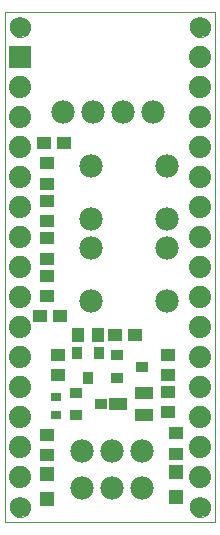
<source format=gts>
G04 EAGLE Gerber RS-274X export*
G75*
%MOMM*%
%FSLAX34Y34*%
%LPD*%
%INSolder Mask top*%
%IPPOS*%
%AMOC8*
5,1,8,0,0,1.08239X$1,22.5*%
G01*
%ADD10C,0.000000*%
%ADD11R,1.201600X1.101600*%
%ADD12R,0.901600X0.701600*%
%ADD13R,1.001600X0.901600*%
%ADD14R,1.501600X1.101600*%
%ADD15R,0.901600X1.001600*%
%ADD16R,1.101600X1.201600*%
%ADD17C,1.981200*%
%ADD18R,1.879600X1.879600*%
%ADD19C,1.879600*%
%ADD20C,1.752600*%
%ADD21R,1.301600X1.301600*%


D10*
X0Y0D02*
X177600Y0D01*
X177600Y431675D01*
X0Y431675D01*
X0Y0D01*
D11*
X93100Y158750D03*
X110100Y158750D03*
D12*
X42863Y90425D03*
X42863Y106425D03*
D13*
X59850Y109513D03*
X59850Y90513D03*
X80850Y100013D03*
D14*
X95363Y100013D03*
X117363Y109513D03*
X117363Y90513D03*
D13*
X94775Y141263D03*
X94775Y122263D03*
X115775Y131763D03*
D15*
X79350Y143350D03*
X60350Y143350D03*
X69850Y122350D03*
D16*
X78350Y158750D03*
X61350Y158750D03*
D11*
X138113Y93100D03*
X138113Y110100D03*
X138113Y124850D03*
X138113Y141850D03*
X44450Y141850D03*
X44450Y124850D03*
D17*
X65088Y60325D03*
X90488Y60325D03*
X115888Y60325D03*
D18*
X12700Y393700D03*
D19*
X12700Y368300D03*
X12700Y342900D03*
X12700Y317500D03*
X12700Y292100D03*
X12700Y266700D03*
X12700Y241300D03*
X12700Y215900D03*
X12700Y190500D03*
X12700Y165100D03*
X12700Y139700D03*
X12700Y114300D03*
X12700Y88900D03*
X12700Y63500D03*
X12700Y38100D03*
X165100Y393700D03*
X165100Y368300D03*
X165100Y342900D03*
X165100Y317500D03*
X165100Y292100D03*
X165100Y266700D03*
X165100Y241300D03*
X165100Y215900D03*
X165100Y190500D03*
X165100Y165100D03*
X165100Y139700D03*
X165100Y114300D03*
X165100Y88900D03*
X165100Y63500D03*
X165100Y38100D03*
D10*
X4445Y12700D02*
X4447Y12903D01*
X4455Y13105D01*
X4467Y13307D01*
X4485Y13509D01*
X4507Y13711D01*
X4534Y13911D01*
X4567Y14111D01*
X4604Y14310D01*
X4646Y14509D01*
X4692Y14706D01*
X4744Y14902D01*
X4800Y15096D01*
X4862Y15289D01*
X4928Y15481D01*
X4998Y15671D01*
X5073Y15859D01*
X5153Y16045D01*
X5238Y16229D01*
X5326Y16412D01*
X5420Y16591D01*
X5517Y16769D01*
X5619Y16944D01*
X5726Y17116D01*
X5836Y17286D01*
X5951Y17453D01*
X6070Y17617D01*
X6192Y17779D01*
X6319Y17937D01*
X6449Y18092D01*
X6583Y18244D01*
X6721Y18392D01*
X6863Y18537D01*
X7008Y18679D01*
X7156Y18817D01*
X7308Y18951D01*
X7463Y19081D01*
X7621Y19208D01*
X7783Y19330D01*
X7947Y19449D01*
X8114Y19564D01*
X8284Y19674D01*
X8456Y19781D01*
X8631Y19883D01*
X8809Y19980D01*
X8988Y20074D01*
X9171Y20162D01*
X9355Y20247D01*
X9541Y20327D01*
X9729Y20402D01*
X9919Y20472D01*
X10111Y20538D01*
X10304Y20600D01*
X10498Y20656D01*
X10694Y20708D01*
X10891Y20754D01*
X11090Y20796D01*
X11289Y20833D01*
X11489Y20866D01*
X11689Y20893D01*
X11891Y20915D01*
X12093Y20933D01*
X12295Y20945D01*
X12497Y20953D01*
X12700Y20955D01*
X12903Y20953D01*
X13105Y20945D01*
X13307Y20933D01*
X13509Y20915D01*
X13711Y20893D01*
X13911Y20866D01*
X14111Y20833D01*
X14310Y20796D01*
X14509Y20754D01*
X14706Y20708D01*
X14902Y20656D01*
X15096Y20600D01*
X15289Y20538D01*
X15481Y20472D01*
X15671Y20402D01*
X15859Y20327D01*
X16045Y20247D01*
X16229Y20162D01*
X16412Y20074D01*
X16591Y19980D01*
X16769Y19883D01*
X16944Y19781D01*
X17116Y19674D01*
X17286Y19564D01*
X17453Y19449D01*
X17617Y19330D01*
X17779Y19208D01*
X17937Y19081D01*
X18092Y18951D01*
X18244Y18817D01*
X18392Y18679D01*
X18537Y18537D01*
X18679Y18392D01*
X18817Y18244D01*
X18951Y18092D01*
X19081Y17937D01*
X19208Y17779D01*
X19330Y17617D01*
X19449Y17453D01*
X19564Y17286D01*
X19674Y17116D01*
X19781Y16944D01*
X19883Y16769D01*
X19980Y16591D01*
X20074Y16412D01*
X20162Y16229D01*
X20247Y16045D01*
X20327Y15859D01*
X20402Y15671D01*
X20472Y15481D01*
X20538Y15289D01*
X20600Y15096D01*
X20656Y14902D01*
X20708Y14706D01*
X20754Y14509D01*
X20796Y14310D01*
X20833Y14111D01*
X20866Y13911D01*
X20893Y13711D01*
X20915Y13509D01*
X20933Y13307D01*
X20945Y13105D01*
X20953Y12903D01*
X20955Y12700D01*
X20953Y12497D01*
X20945Y12295D01*
X20933Y12093D01*
X20915Y11891D01*
X20893Y11689D01*
X20866Y11489D01*
X20833Y11289D01*
X20796Y11090D01*
X20754Y10891D01*
X20708Y10694D01*
X20656Y10498D01*
X20600Y10304D01*
X20538Y10111D01*
X20472Y9919D01*
X20402Y9729D01*
X20327Y9541D01*
X20247Y9355D01*
X20162Y9171D01*
X20074Y8988D01*
X19980Y8809D01*
X19883Y8631D01*
X19781Y8456D01*
X19674Y8284D01*
X19564Y8114D01*
X19449Y7947D01*
X19330Y7783D01*
X19208Y7621D01*
X19081Y7463D01*
X18951Y7308D01*
X18817Y7156D01*
X18679Y7008D01*
X18537Y6863D01*
X18392Y6721D01*
X18244Y6583D01*
X18092Y6449D01*
X17937Y6319D01*
X17779Y6192D01*
X17617Y6070D01*
X17453Y5951D01*
X17286Y5836D01*
X17116Y5726D01*
X16944Y5619D01*
X16769Y5517D01*
X16591Y5420D01*
X16412Y5326D01*
X16229Y5238D01*
X16045Y5153D01*
X15859Y5073D01*
X15671Y4998D01*
X15481Y4928D01*
X15289Y4862D01*
X15096Y4800D01*
X14902Y4744D01*
X14706Y4692D01*
X14509Y4646D01*
X14310Y4604D01*
X14111Y4567D01*
X13911Y4534D01*
X13711Y4507D01*
X13509Y4485D01*
X13307Y4467D01*
X13105Y4455D01*
X12903Y4447D01*
X12700Y4445D01*
X12497Y4447D01*
X12295Y4455D01*
X12093Y4467D01*
X11891Y4485D01*
X11689Y4507D01*
X11489Y4534D01*
X11289Y4567D01*
X11090Y4604D01*
X10891Y4646D01*
X10694Y4692D01*
X10498Y4744D01*
X10304Y4800D01*
X10111Y4862D01*
X9919Y4928D01*
X9729Y4998D01*
X9541Y5073D01*
X9355Y5153D01*
X9171Y5238D01*
X8988Y5326D01*
X8809Y5420D01*
X8631Y5517D01*
X8456Y5619D01*
X8284Y5726D01*
X8114Y5836D01*
X7947Y5951D01*
X7783Y6070D01*
X7621Y6192D01*
X7463Y6319D01*
X7308Y6449D01*
X7156Y6583D01*
X7008Y6721D01*
X6863Y6863D01*
X6721Y7008D01*
X6583Y7156D01*
X6449Y7308D01*
X6319Y7463D01*
X6192Y7621D01*
X6070Y7783D01*
X5951Y7947D01*
X5836Y8114D01*
X5726Y8284D01*
X5619Y8456D01*
X5517Y8631D01*
X5420Y8809D01*
X5326Y8988D01*
X5238Y9171D01*
X5153Y9355D01*
X5073Y9541D01*
X4998Y9729D01*
X4928Y9919D01*
X4862Y10111D01*
X4800Y10304D01*
X4744Y10498D01*
X4692Y10694D01*
X4646Y10891D01*
X4604Y11090D01*
X4567Y11289D01*
X4534Y11489D01*
X4507Y11689D01*
X4485Y11891D01*
X4467Y12093D01*
X4455Y12295D01*
X4447Y12497D01*
X4445Y12700D01*
D20*
X12700Y12700D03*
D10*
X156845Y12700D02*
X156847Y12903D01*
X156855Y13105D01*
X156867Y13307D01*
X156885Y13509D01*
X156907Y13711D01*
X156934Y13911D01*
X156967Y14111D01*
X157004Y14310D01*
X157046Y14509D01*
X157092Y14706D01*
X157144Y14902D01*
X157200Y15096D01*
X157262Y15289D01*
X157328Y15481D01*
X157398Y15671D01*
X157473Y15859D01*
X157553Y16045D01*
X157638Y16229D01*
X157726Y16412D01*
X157820Y16591D01*
X157917Y16769D01*
X158019Y16944D01*
X158126Y17116D01*
X158236Y17286D01*
X158351Y17453D01*
X158470Y17617D01*
X158592Y17779D01*
X158719Y17937D01*
X158849Y18092D01*
X158983Y18244D01*
X159121Y18392D01*
X159263Y18537D01*
X159408Y18679D01*
X159556Y18817D01*
X159708Y18951D01*
X159863Y19081D01*
X160021Y19208D01*
X160183Y19330D01*
X160347Y19449D01*
X160514Y19564D01*
X160684Y19674D01*
X160856Y19781D01*
X161031Y19883D01*
X161209Y19980D01*
X161388Y20074D01*
X161571Y20162D01*
X161755Y20247D01*
X161941Y20327D01*
X162129Y20402D01*
X162319Y20472D01*
X162511Y20538D01*
X162704Y20600D01*
X162898Y20656D01*
X163094Y20708D01*
X163291Y20754D01*
X163490Y20796D01*
X163689Y20833D01*
X163889Y20866D01*
X164089Y20893D01*
X164291Y20915D01*
X164493Y20933D01*
X164695Y20945D01*
X164897Y20953D01*
X165100Y20955D01*
X165303Y20953D01*
X165505Y20945D01*
X165707Y20933D01*
X165909Y20915D01*
X166111Y20893D01*
X166311Y20866D01*
X166511Y20833D01*
X166710Y20796D01*
X166909Y20754D01*
X167106Y20708D01*
X167302Y20656D01*
X167496Y20600D01*
X167689Y20538D01*
X167881Y20472D01*
X168071Y20402D01*
X168259Y20327D01*
X168445Y20247D01*
X168629Y20162D01*
X168812Y20074D01*
X168991Y19980D01*
X169169Y19883D01*
X169344Y19781D01*
X169516Y19674D01*
X169686Y19564D01*
X169853Y19449D01*
X170017Y19330D01*
X170179Y19208D01*
X170337Y19081D01*
X170492Y18951D01*
X170644Y18817D01*
X170792Y18679D01*
X170937Y18537D01*
X171079Y18392D01*
X171217Y18244D01*
X171351Y18092D01*
X171481Y17937D01*
X171608Y17779D01*
X171730Y17617D01*
X171849Y17453D01*
X171964Y17286D01*
X172074Y17116D01*
X172181Y16944D01*
X172283Y16769D01*
X172380Y16591D01*
X172474Y16412D01*
X172562Y16229D01*
X172647Y16045D01*
X172727Y15859D01*
X172802Y15671D01*
X172872Y15481D01*
X172938Y15289D01*
X173000Y15096D01*
X173056Y14902D01*
X173108Y14706D01*
X173154Y14509D01*
X173196Y14310D01*
X173233Y14111D01*
X173266Y13911D01*
X173293Y13711D01*
X173315Y13509D01*
X173333Y13307D01*
X173345Y13105D01*
X173353Y12903D01*
X173355Y12700D01*
X173353Y12497D01*
X173345Y12295D01*
X173333Y12093D01*
X173315Y11891D01*
X173293Y11689D01*
X173266Y11489D01*
X173233Y11289D01*
X173196Y11090D01*
X173154Y10891D01*
X173108Y10694D01*
X173056Y10498D01*
X173000Y10304D01*
X172938Y10111D01*
X172872Y9919D01*
X172802Y9729D01*
X172727Y9541D01*
X172647Y9355D01*
X172562Y9171D01*
X172474Y8988D01*
X172380Y8809D01*
X172283Y8631D01*
X172181Y8456D01*
X172074Y8284D01*
X171964Y8114D01*
X171849Y7947D01*
X171730Y7783D01*
X171608Y7621D01*
X171481Y7463D01*
X171351Y7308D01*
X171217Y7156D01*
X171079Y7008D01*
X170937Y6863D01*
X170792Y6721D01*
X170644Y6583D01*
X170492Y6449D01*
X170337Y6319D01*
X170179Y6192D01*
X170017Y6070D01*
X169853Y5951D01*
X169686Y5836D01*
X169516Y5726D01*
X169344Y5619D01*
X169169Y5517D01*
X168991Y5420D01*
X168812Y5326D01*
X168629Y5238D01*
X168445Y5153D01*
X168259Y5073D01*
X168071Y4998D01*
X167881Y4928D01*
X167689Y4862D01*
X167496Y4800D01*
X167302Y4744D01*
X167106Y4692D01*
X166909Y4646D01*
X166710Y4604D01*
X166511Y4567D01*
X166311Y4534D01*
X166111Y4507D01*
X165909Y4485D01*
X165707Y4467D01*
X165505Y4455D01*
X165303Y4447D01*
X165100Y4445D01*
X164897Y4447D01*
X164695Y4455D01*
X164493Y4467D01*
X164291Y4485D01*
X164089Y4507D01*
X163889Y4534D01*
X163689Y4567D01*
X163490Y4604D01*
X163291Y4646D01*
X163094Y4692D01*
X162898Y4744D01*
X162704Y4800D01*
X162511Y4862D01*
X162319Y4928D01*
X162129Y4998D01*
X161941Y5073D01*
X161755Y5153D01*
X161571Y5238D01*
X161388Y5326D01*
X161209Y5420D01*
X161031Y5517D01*
X160856Y5619D01*
X160684Y5726D01*
X160514Y5836D01*
X160347Y5951D01*
X160183Y6070D01*
X160021Y6192D01*
X159863Y6319D01*
X159708Y6449D01*
X159556Y6583D01*
X159408Y6721D01*
X159263Y6863D01*
X159121Y7008D01*
X158983Y7156D01*
X158849Y7308D01*
X158719Y7463D01*
X158592Y7621D01*
X158470Y7783D01*
X158351Y7947D01*
X158236Y8114D01*
X158126Y8284D01*
X158019Y8456D01*
X157917Y8631D01*
X157820Y8809D01*
X157726Y8988D01*
X157638Y9171D01*
X157553Y9355D01*
X157473Y9541D01*
X157398Y9729D01*
X157328Y9919D01*
X157262Y10111D01*
X157200Y10304D01*
X157144Y10498D01*
X157092Y10694D01*
X157046Y10891D01*
X157004Y11090D01*
X156967Y11289D01*
X156934Y11489D01*
X156907Y11689D01*
X156885Y11891D01*
X156867Y12093D01*
X156855Y12295D01*
X156847Y12497D01*
X156845Y12700D01*
D20*
X165100Y12700D03*
D10*
X156845Y419100D02*
X156847Y419303D01*
X156855Y419505D01*
X156867Y419707D01*
X156885Y419909D01*
X156907Y420111D01*
X156934Y420311D01*
X156967Y420511D01*
X157004Y420710D01*
X157046Y420909D01*
X157092Y421106D01*
X157144Y421302D01*
X157200Y421496D01*
X157262Y421689D01*
X157328Y421881D01*
X157398Y422071D01*
X157473Y422259D01*
X157553Y422445D01*
X157638Y422629D01*
X157726Y422812D01*
X157820Y422991D01*
X157917Y423169D01*
X158019Y423344D01*
X158126Y423516D01*
X158236Y423686D01*
X158351Y423853D01*
X158470Y424017D01*
X158592Y424179D01*
X158719Y424337D01*
X158849Y424492D01*
X158983Y424644D01*
X159121Y424792D01*
X159263Y424937D01*
X159408Y425079D01*
X159556Y425217D01*
X159708Y425351D01*
X159863Y425481D01*
X160021Y425608D01*
X160183Y425730D01*
X160347Y425849D01*
X160514Y425964D01*
X160684Y426074D01*
X160856Y426181D01*
X161031Y426283D01*
X161209Y426380D01*
X161388Y426474D01*
X161571Y426562D01*
X161755Y426647D01*
X161941Y426727D01*
X162129Y426802D01*
X162319Y426872D01*
X162511Y426938D01*
X162704Y427000D01*
X162898Y427056D01*
X163094Y427108D01*
X163291Y427154D01*
X163490Y427196D01*
X163689Y427233D01*
X163889Y427266D01*
X164089Y427293D01*
X164291Y427315D01*
X164493Y427333D01*
X164695Y427345D01*
X164897Y427353D01*
X165100Y427355D01*
X165303Y427353D01*
X165505Y427345D01*
X165707Y427333D01*
X165909Y427315D01*
X166111Y427293D01*
X166311Y427266D01*
X166511Y427233D01*
X166710Y427196D01*
X166909Y427154D01*
X167106Y427108D01*
X167302Y427056D01*
X167496Y427000D01*
X167689Y426938D01*
X167881Y426872D01*
X168071Y426802D01*
X168259Y426727D01*
X168445Y426647D01*
X168629Y426562D01*
X168812Y426474D01*
X168991Y426380D01*
X169169Y426283D01*
X169344Y426181D01*
X169516Y426074D01*
X169686Y425964D01*
X169853Y425849D01*
X170017Y425730D01*
X170179Y425608D01*
X170337Y425481D01*
X170492Y425351D01*
X170644Y425217D01*
X170792Y425079D01*
X170937Y424937D01*
X171079Y424792D01*
X171217Y424644D01*
X171351Y424492D01*
X171481Y424337D01*
X171608Y424179D01*
X171730Y424017D01*
X171849Y423853D01*
X171964Y423686D01*
X172074Y423516D01*
X172181Y423344D01*
X172283Y423169D01*
X172380Y422991D01*
X172474Y422812D01*
X172562Y422629D01*
X172647Y422445D01*
X172727Y422259D01*
X172802Y422071D01*
X172872Y421881D01*
X172938Y421689D01*
X173000Y421496D01*
X173056Y421302D01*
X173108Y421106D01*
X173154Y420909D01*
X173196Y420710D01*
X173233Y420511D01*
X173266Y420311D01*
X173293Y420111D01*
X173315Y419909D01*
X173333Y419707D01*
X173345Y419505D01*
X173353Y419303D01*
X173355Y419100D01*
X173353Y418897D01*
X173345Y418695D01*
X173333Y418493D01*
X173315Y418291D01*
X173293Y418089D01*
X173266Y417889D01*
X173233Y417689D01*
X173196Y417490D01*
X173154Y417291D01*
X173108Y417094D01*
X173056Y416898D01*
X173000Y416704D01*
X172938Y416511D01*
X172872Y416319D01*
X172802Y416129D01*
X172727Y415941D01*
X172647Y415755D01*
X172562Y415571D01*
X172474Y415388D01*
X172380Y415209D01*
X172283Y415031D01*
X172181Y414856D01*
X172074Y414684D01*
X171964Y414514D01*
X171849Y414347D01*
X171730Y414183D01*
X171608Y414021D01*
X171481Y413863D01*
X171351Y413708D01*
X171217Y413556D01*
X171079Y413408D01*
X170937Y413263D01*
X170792Y413121D01*
X170644Y412983D01*
X170492Y412849D01*
X170337Y412719D01*
X170179Y412592D01*
X170017Y412470D01*
X169853Y412351D01*
X169686Y412236D01*
X169516Y412126D01*
X169344Y412019D01*
X169169Y411917D01*
X168991Y411820D01*
X168812Y411726D01*
X168629Y411638D01*
X168445Y411553D01*
X168259Y411473D01*
X168071Y411398D01*
X167881Y411328D01*
X167689Y411262D01*
X167496Y411200D01*
X167302Y411144D01*
X167106Y411092D01*
X166909Y411046D01*
X166710Y411004D01*
X166511Y410967D01*
X166311Y410934D01*
X166111Y410907D01*
X165909Y410885D01*
X165707Y410867D01*
X165505Y410855D01*
X165303Y410847D01*
X165100Y410845D01*
X164897Y410847D01*
X164695Y410855D01*
X164493Y410867D01*
X164291Y410885D01*
X164089Y410907D01*
X163889Y410934D01*
X163689Y410967D01*
X163490Y411004D01*
X163291Y411046D01*
X163094Y411092D01*
X162898Y411144D01*
X162704Y411200D01*
X162511Y411262D01*
X162319Y411328D01*
X162129Y411398D01*
X161941Y411473D01*
X161755Y411553D01*
X161571Y411638D01*
X161388Y411726D01*
X161209Y411820D01*
X161031Y411917D01*
X160856Y412019D01*
X160684Y412126D01*
X160514Y412236D01*
X160347Y412351D01*
X160183Y412470D01*
X160021Y412592D01*
X159863Y412719D01*
X159708Y412849D01*
X159556Y412983D01*
X159408Y413121D01*
X159263Y413263D01*
X159121Y413408D01*
X158983Y413556D01*
X158849Y413708D01*
X158719Y413863D01*
X158592Y414021D01*
X158470Y414183D01*
X158351Y414347D01*
X158236Y414514D01*
X158126Y414684D01*
X158019Y414856D01*
X157917Y415031D01*
X157820Y415209D01*
X157726Y415388D01*
X157638Y415571D01*
X157553Y415755D01*
X157473Y415941D01*
X157398Y416129D01*
X157328Y416319D01*
X157262Y416511D01*
X157200Y416704D01*
X157144Y416898D01*
X157092Y417094D01*
X157046Y417291D01*
X157004Y417490D01*
X156967Y417689D01*
X156934Y417889D01*
X156907Y418089D01*
X156885Y418291D01*
X156867Y418493D01*
X156855Y418695D01*
X156847Y418897D01*
X156845Y419100D01*
D20*
X165100Y419100D03*
D10*
X4445Y419100D02*
X4447Y419303D01*
X4455Y419505D01*
X4467Y419707D01*
X4485Y419909D01*
X4507Y420111D01*
X4534Y420311D01*
X4567Y420511D01*
X4604Y420710D01*
X4646Y420909D01*
X4692Y421106D01*
X4744Y421302D01*
X4800Y421496D01*
X4862Y421689D01*
X4928Y421881D01*
X4998Y422071D01*
X5073Y422259D01*
X5153Y422445D01*
X5238Y422629D01*
X5326Y422812D01*
X5420Y422991D01*
X5517Y423169D01*
X5619Y423344D01*
X5726Y423516D01*
X5836Y423686D01*
X5951Y423853D01*
X6070Y424017D01*
X6192Y424179D01*
X6319Y424337D01*
X6449Y424492D01*
X6583Y424644D01*
X6721Y424792D01*
X6863Y424937D01*
X7008Y425079D01*
X7156Y425217D01*
X7308Y425351D01*
X7463Y425481D01*
X7621Y425608D01*
X7783Y425730D01*
X7947Y425849D01*
X8114Y425964D01*
X8284Y426074D01*
X8456Y426181D01*
X8631Y426283D01*
X8809Y426380D01*
X8988Y426474D01*
X9171Y426562D01*
X9355Y426647D01*
X9541Y426727D01*
X9729Y426802D01*
X9919Y426872D01*
X10111Y426938D01*
X10304Y427000D01*
X10498Y427056D01*
X10694Y427108D01*
X10891Y427154D01*
X11090Y427196D01*
X11289Y427233D01*
X11489Y427266D01*
X11689Y427293D01*
X11891Y427315D01*
X12093Y427333D01*
X12295Y427345D01*
X12497Y427353D01*
X12700Y427355D01*
X12903Y427353D01*
X13105Y427345D01*
X13307Y427333D01*
X13509Y427315D01*
X13711Y427293D01*
X13911Y427266D01*
X14111Y427233D01*
X14310Y427196D01*
X14509Y427154D01*
X14706Y427108D01*
X14902Y427056D01*
X15096Y427000D01*
X15289Y426938D01*
X15481Y426872D01*
X15671Y426802D01*
X15859Y426727D01*
X16045Y426647D01*
X16229Y426562D01*
X16412Y426474D01*
X16591Y426380D01*
X16769Y426283D01*
X16944Y426181D01*
X17116Y426074D01*
X17286Y425964D01*
X17453Y425849D01*
X17617Y425730D01*
X17779Y425608D01*
X17937Y425481D01*
X18092Y425351D01*
X18244Y425217D01*
X18392Y425079D01*
X18537Y424937D01*
X18679Y424792D01*
X18817Y424644D01*
X18951Y424492D01*
X19081Y424337D01*
X19208Y424179D01*
X19330Y424017D01*
X19449Y423853D01*
X19564Y423686D01*
X19674Y423516D01*
X19781Y423344D01*
X19883Y423169D01*
X19980Y422991D01*
X20074Y422812D01*
X20162Y422629D01*
X20247Y422445D01*
X20327Y422259D01*
X20402Y422071D01*
X20472Y421881D01*
X20538Y421689D01*
X20600Y421496D01*
X20656Y421302D01*
X20708Y421106D01*
X20754Y420909D01*
X20796Y420710D01*
X20833Y420511D01*
X20866Y420311D01*
X20893Y420111D01*
X20915Y419909D01*
X20933Y419707D01*
X20945Y419505D01*
X20953Y419303D01*
X20955Y419100D01*
X20953Y418897D01*
X20945Y418695D01*
X20933Y418493D01*
X20915Y418291D01*
X20893Y418089D01*
X20866Y417889D01*
X20833Y417689D01*
X20796Y417490D01*
X20754Y417291D01*
X20708Y417094D01*
X20656Y416898D01*
X20600Y416704D01*
X20538Y416511D01*
X20472Y416319D01*
X20402Y416129D01*
X20327Y415941D01*
X20247Y415755D01*
X20162Y415571D01*
X20074Y415388D01*
X19980Y415209D01*
X19883Y415031D01*
X19781Y414856D01*
X19674Y414684D01*
X19564Y414514D01*
X19449Y414347D01*
X19330Y414183D01*
X19208Y414021D01*
X19081Y413863D01*
X18951Y413708D01*
X18817Y413556D01*
X18679Y413408D01*
X18537Y413263D01*
X18392Y413121D01*
X18244Y412983D01*
X18092Y412849D01*
X17937Y412719D01*
X17779Y412592D01*
X17617Y412470D01*
X17453Y412351D01*
X17286Y412236D01*
X17116Y412126D01*
X16944Y412019D01*
X16769Y411917D01*
X16591Y411820D01*
X16412Y411726D01*
X16229Y411638D01*
X16045Y411553D01*
X15859Y411473D01*
X15671Y411398D01*
X15481Y411328D01*
X15289Y411262D01*
X15096Y411200D01*
X14902Y411144D01*
X14706Y411092D01*
X14509Y411046D01*
X14310Y411004D01*
X14111Y410967D01*
X13911Y410934D01*
X13711Y410907D01*
X13509Y410885D01*
X13307Y410867D01*
X13105Y410855D01*
X12903Y410847D01*
X12700Y410845D01*
X12497Y410847D01*
X12295Y410855D01*
X12093Y410867D01*
X11891Y410885D01*
X11689Y410907D01*
X11489Y410934D01*
X11289Y410967D01*
X11090Y411004D01*
X10891Y411046D01*
X10694Y411092D01*
X10498Y411144D01*
X10304Y411200D01*
X10111Y411262D01*
X9919Y411328D01*
X9729Y411398D01*
X9541Y411473D01*
X9355Y411553D01*
X9171Y411638D01*
X8988Y411726D01*
X8809Y411820D01*
X8631Y411917D01*
X8456Y412019D01*
X8284Y412126D01*
X8114Y412236D01*
X7947Y412351D01*
X7783Y412470D01*
X7621Y412592D01*
X7463Y412719D01*
X7308Y412849D01*
X7156Y412983D01*
X7008Y413121D01*
X6863Y413263D01*
X6721Y413408D01*
X6583Y413556D01*
X6449Y413708D01*
X6319Y413863D01*
X6192Y414021D01*
X6070Y414183D01*
X5951Y414347D01*
X5836Y414514D01*
X5726Y414684D01*
X5619Y414856D01*
X5517Y415031D01*
X5420Y415209D01*
X5326Y415388D01*
X5238Y415571D01*
X5153Y415755D01*
X5073Y415941D01*
X4998Y416129D01*
X4928Y416319D01*
X4862Y416511D01*
X4800Y416704D01*
X4744Y416898D01*
X4692Y417094D01*
X4646Y417291D01*
X4604Y417490D01*
X4567Y417689D01*
X4534Y417889D01*
X4507Y418089D01*
X4485Y418291D01*
X4467Y418493D01*
X4455Y418695D01*
X4447Y418897D01*
X4445Y419100D01*
D20*
X12700Y419100D03*
D17*
X125413Y347663D03*
X100013Y347663D03*
X74613Y347663D03*
X49213Y347663D03*
X72263Y302006D03*
X137287Y302006D03*
X72263Y256794D03*
X137287Y256794D03*
D11*
X34925Y255025D03*
X34925Y272025D03*
X34925Y286775D03*
X34925Y303775D03*
X32775Y320675D03*
X49775Y320675D03*
D17*
X72263Y232156D03*
X137287Y232156D03*
X72263Y186944D03*
X137287Y186944D03*
D11*
X34925Y240275D03*
X34925Y223275D03*
X34925Y208525D03*
X34925Y191525D03*
X29600Y174625D03*
X46600Y174625D03*
D17*
X65088Y28575D03*
X90488Y28575D03*
X115888Y28575D03*
D11*
X34925Y73588D03*
X34925Y56588D03*
X144463Y75175D03*
X144463Y58175D03*
D21*
X34925Y19663D03*
X34925Y40663D03*
X144463Y21250D03*
X144463Y42250D03*
M02*

</source>
